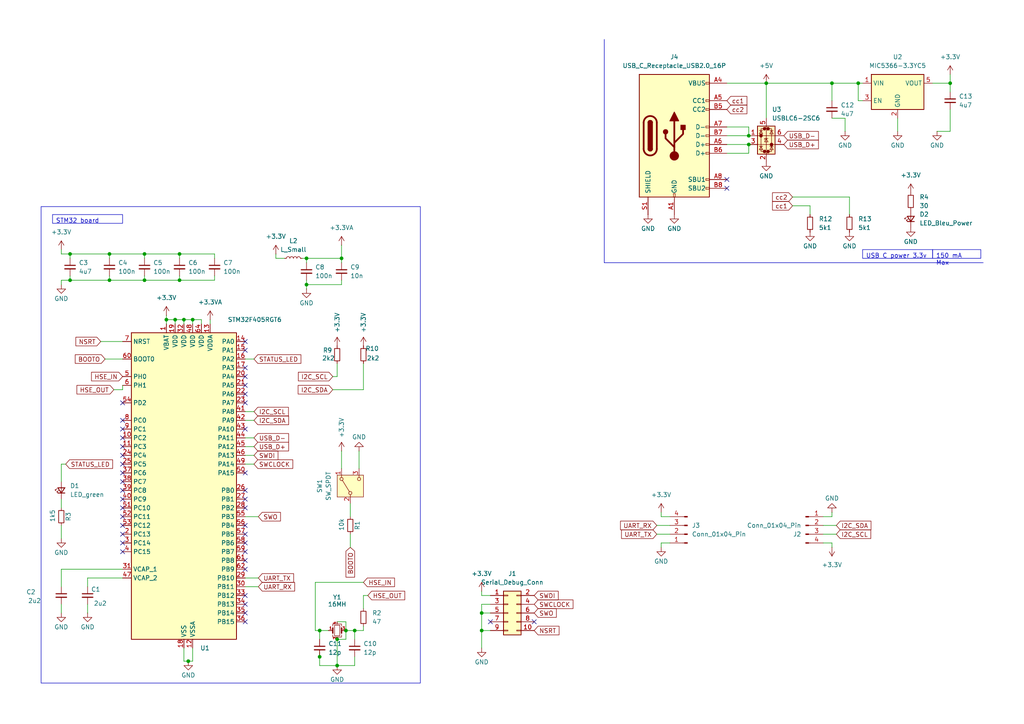
<source format=kicad_sch>
(kicad_sch (version 20231120) (generator "eeschema") (generator_version "8.0")
  (paper "A4")
  (lib_symbols
    (symbol "Connector:Conn_01x04_Pin" (pin_names (offset 1.016) hide)
      (property "Reference" "J" (at 0 5.08 0))
      (property "Value" "Conn_01x04_Pin" (at 0 -7.62 0))
      (symbol "Conn_01x04_Pin_1_1"
        (polyline (pts (xy 1.27 -5.08) (xy 0.8636 -5.08)) (stroke (width 0.1524)))
        (polyline (pts (xy 1.27 -2.54) (xy 0.8636 -2.54)) (stroke (width 0.1524)))
        (polyline (pts (xy 1.27 0) (xy 0.8636 0)) (stroke (width 0.1524)))
        (polyline (pts (xy 1.27 2.54) (xy 0.8636 2.54)) (stroke (width 0.1524)))
        (rectangle (start 0.8636 -4.953) (end 0 -5.207) (stroke (width 0.1524)) (fill (type outline)))
        (rectangle (start 0.8636 -2.413) (end 0 -2.667) (stroke (width 0.1524)) (fill (type outline)))
        (rectangle (start 0.8636 0.127) (end 0 -0.127) (stroke (width 0.1524)) (fill (type outline)))
        (rectangle (start 0.8636 2.667) (end 0 2.413) (stroke (width 0.1524)) (fill (type outline)))
        (pin passive line (at 5.08 2.54 180) (length 3.81) (name "Pin_1") (number "1"))
        (pin passive line (at 5.08 0 180) (length 3.81) (name "Pin_2") (number "2"))
        (pin passive line (at 5.08 -2.54 180) (length 3.81) (name "Pin_3") (number "3"))
        (pin passive line (at 5.08 -5.08 180) (length 3.81) (name "Pin_4") (number "4"))
      )
    )
    (symbol "Connector:USB_C_Receptacle_USB2.0_16P" (pin_names (offset 1.016))
      (property "Reference" "J" (at 0 22.225 0))
      (property "Value" "USB_C_Receptacle_USB2.0_16P" (at 0 19.685 0))
      (symbol "USB_C_Receptacle_USB2.0_16P_0_0"
        (rectangle (start -0.254 -17.78) (end 0.254 -16.764))
        (rectangle (start 10.16 -14.986) (end 9.144 -15.494))
        (rectangle (start 10.16 -12.446) (end 9.144 -12.954))
        (rectangle (start 10.16 -4.826) (end 9.144 -5.334))
        (rectangle (start 10.16 -2.286) (end 9.144 -2.794))
        (rectangle (start 10.16 0.254) (end 9.144 -0.254))
        (rectangle (start 10.16 2.794) (end 9.144 2.286))
        (rectangle (start 10.16 7.874) (end 9.144 7.366))
        (rectangle (start 10.16 10.414) (end 9.144 9.906))
        (rectangle (start 10.16 15.494) (end 9.144 14.986))
      )
      (symbol "USB_C_Receptacle_USB2.0_16P_0_1"
        (rectangle (start -10.16 17.78) (end 10.16 -17.78) (stroke (width 0.254)) (fill (type background)))
        (arc (start -8.89 -3.81) (mid -6.985 -5.7067) (end -5.08 -3.81) (stroke (width 0.508)))
        (arc (start -7.62 -3.81) (mid -6.985 -4.4423) (end -6.35 -3.81) (stroke (width 0.254)))
        (arc (start -7.62 -3.81) (mid -6.985 -4.4423) (end -6.35 -3.81) (stroke (width 0.254)) (fill (type outline)))
        (rectangle (start -7.62 -3.81) (end -6.35 3.81) (stroke (width 0.254)) (fill (type outline)))
        (arc (start -6.35 3.81) (mid -6.985 4.4423) (end -7.62 3.81) (stroke (width 0.254)))
        (arc (start -6.35 3.81) (mid -6.985 4.4423) (end -7.62 3.81) (stroke (width 0.254)) (fill (type outline)))
        (arc (start -5.08 3.81) (mid -6.985 5.7067) (end -8.89 3.81) (stroke (width 0.508)))
        (circle (center -2.54 1.143) (radius 0.635) (stroke (width 0.254)) (fill (type outline)))
        (circle (center 0 -5.842) (radius 1.27) (fill (type outline)))
        (polyline (pts (xy -8.89 -3.81) (xy -8.89 3.81)) (stroke (width 0.508)))
        (polyline (pts (xy -5.08 3.81) (xy -5.08 -3.81)) (stroke (width 0.508)))
        (polyline (pts (xy 0 -5.842) (xy 0 4.318)) (stroke (width 0.508)))
        (polyline (pts (xy 0 -3.302) (xy -2.54 -0.762) (xy -2.54 0.508)) (stroke (width 0.508)))
        (polyline (pts (xy 0 -2.032) (xy 2.54 0.508) (xy 2.54 1.778)) (stroke (width 0.508)))
        (polyline (pts (xy -1.27 4.318) (xy 0 6.858) (xy 1.27 4.318) (xy -1.27 4.318)) (stroke (width 0.254)) (fill (type outline)))
        (rectangle (start 1.905 1.778) (end 3.175 3.048) (stroke (width 0.254)) (fill (type outline)))
      )
      (symbol "USB_C_Receptacle_USB2.0_16P_1_1"
        (pin passive line (at 0 -22.86 90) (length 5.08) (name "GND") (number "A1"))
        (pin passive line (at 0 -22.86 90) (length 5.08) hide (name "GND") (number "A12"))
        (pin passive line (at 15.24 15.24 180) (length 5.08) (name "VBUS") (number "A4"))
        (pin bidirectional line (at 15.24 10.16 180) (length 5.08) (name "CC1") (number "A5"))
        (pin bidirectional line (at 15.24 -2.54 180) (length 5.08) (name "D+") (number "A6"))
        (pin bidirectional line (at 15.24 2.54 180) (length 5.08) (name "D-") (number "A7"))
        (pin bidirectional line (at 15.24 -12.7 180) (length 5.08) (name "SBU1") (number "A8"))
        (pin passive line (at 15.24 15.24 180) (length 5.08) hide (name "VBUS") (number "A9"))
        (pin passive line (at 0 -22.86 90) (length 5.08) hide (name "GND") (number "B1"))
        (pin passive line (at 0 -22.86 90) (length 5.08) hide (name "GND") (number "B12"))
        (pin passive line (at 15.24 15.24 180) (length 5.08) hide (name "VBUS") (number "B4"))
        (pin bidirectional line (at 15.24 7.62 180) (length 5.08) (name "CC2") (number "B5"))
        (pin bidirectional line (at 15.24 -5.08 180) (length 5.08) (name "D+") (number "B6"))
        (pin bidirectional line (at 15.24 0 180) (length 5.08) (name "D-") (number "B7"))
        (pin bidirectional line (at 15.24 -15.24 180) (length 5.08) (name "SBU2") (number "B8"))
        (pin passive line (at 15.24 15.24 180) (length 5.08) hide (name "VBUS") (number "B9"))
        (pin passive line (at -7.62 -22.86 90) (length 5.08) (name "SHIELD") (number "S1"))
      )
    )
    (symbol "Connector_Generic:Conn_02x05_Odd_Even" (pin_names (offset 1.016) hide)
      (property "Reference" "J" (at 1.27 7.62 0))
      (property "Value" "Conn_02x05_Odd_Even" (at 1.27 -7.62 0))
      (symbol "Conn_02x05_Odd_Even_1_1"
        (rectangle (start -1.27 -4.953) (end 0 -5.207) (stroke (width 0.1524)))
        (rectangle (start -1.27 -2.413) (end 0 -2.667) (stroke (width 0.1524)))
        (rectangle (start -1.27 0.127) (end 0 -0.127) (stroke (width 0.1524)))
        (rectangle (start -1.27 2.667) (end 0 2.413) (stroke (width 0.1524)))
        (rectangle (start -1.27 5.207) (end 0 4.953) (stroke (width 0.1524)))
        (rectangle (start -1.27 6.35) (end 3.81 -6.35) (stroke (width 0.254)) (fill (type background)))
        (rectangle (start 3.81 -4.953) (end 2.54 -5.207) (stroke (width 0.1524)))
        (rectangle (start 3.81 -2.413) (end 2.54 -2.667) (stroke (width 0.1524)))
        (rectangle (start 3.81 0.127) (end 2.54 -0.127) (stroke (width 0.1524)))
        (rectangle (start 3.81 2.667) (end 2.54 2.413) (stroke (width 0.1524)))
        (rectangle (start 3.81 5.207) (end 2.54 4.953) (stroke (width 0.1524)))
        (pin passive line (at -5.08 5.08 0) (length 3.81) (name "Pin_1") (number "1"))
        (pin passive line (at 7.62 -5.08 180) (length 3.81) (name "Pin_10") (number "10"))
        (pin passive line (at 7.62 5.08 180) (length 3.81) (name "Pin_2") (number "2"))
        (pin passive line (at -5.08 2.54 0) (length 3.81) (name "Pin_3") (number "3"))
        (pin passive line (at 7.62 2.54 180) (length 3.81) (name "Pin_4") (number "4"))
        (pin passive line (at -5.08 0 0) (length 3.81) (name "Pin_5") (number "5"))
        (pin passive line (at 7.62 0 180) (length 3.81) (name "Pin_6") (number "6"))
        (pin passive line (at -5.08 -2.54 0) (length 3.81) (name "Pin_7") (number "7"))
        (pin passive line (at 7.62 -2.54 180) (length 3.81) (name "Pin_8") (number "8"))
        (pin passive line (at -5.08 -5.08 0) (length 3.81) (name "Pin_9") (number "9"))
      )
    )
    (symbol "Device:C_Small" (pin_numbers hide) (pin_names (offset 0.254) hide)
      (property "Reference" "C" (at 0.254 1.778 0))
      (property "Value" "C_Small" (at 0.254 -2.032 0))
      (symbol "C_Small_0_1"
        (polyline (pts (xy -1.524 -0.508) (xy 1.524 -0.508)) (stroke (width 0.3302)))
        (polyline (pts (xy -1.524 0.508) (xy 1.524 0.508)) (stroke (width 0.3048)))
      )
      (symbol "C_Small_1_1"
        (pin passive line (at 0 2.54 270) (length 2.032) (name "~") (number "1"))
        (pin passive line (at 0 -2.54 90) (length 2.032) (name "~") (number "2"))
      )
    )
    (symbol "Device:Crystal_GND24_Small" (pin_names (offset 1.016) hide)
      (property "Reference" "Y" (at 1.27 4.445 0))
      (property "Value" "Crystal_GND24_Small" (at 1.27 2.54 0))
      (symbol "Crystal_GND24_Small_0_1"
        (rectangle (start -0.762 -1.524) (end 0.762 1.524))
        (polyline (pts (xy -1.27 -0.762) (xy -1.27 0.762)) (stroke (width 0.381)))
        (polyline (pts (xy 1.27 -0.762) (xy 1.27 0.762)) (stroke (width 0.381)))
        (polyline (pts (xy -1.27 -1.27) (xy -1.27 -1.905) (xy 1.27 -1.905) (xy 1.27 -1.27)))
        (polyline (pts (xy -1.27 1.27) (xy -1.27 1.905) (xy 1.27 1.905) (xy 1.27 1.27)))
      )
      (symbol "Crystal_GND24_Small_1_1"
        (pin passive line (at -2.54 0 0) (length 1.27) (name "1") (number "1"))
        (pin passive line (at 0 -2.54 90) (length 0.635) (name "2") (number "2"))
        (pin passive line (at 2.54 0 180) (length 1.27) (name "3") (number "3"))
        (pin passive line (at 0 2.54 270) (length 0.635) (name "4") (number "4"))
      )
    )
    (symbol "Device:LED_Small" (pin_numbers hide) (pin_names (offset 0.254) hide)
      (property "Reference" "D" (at -1.27 3.175 0))
      (property "Value" "LED_Small" (at -4.445 -2.54 0))
      (symbol "LED_Small_0_1"
        (polyline (pts (xy -0.762 -1.016) (xy -0.762 1.016)) (stroke (width 0.254)))
        (polyline (pts (xy 1.016 0) (xy -0.762 0)))
        (polyline (pts (xy 0.762 -1.016) (xy -0.762 0) (xy 0.762 1.016) (xy 0.762 -1.016)) (stroke (width 0.254)))
        (polyline (pts (xy 0 0.762) (xy -0.508 1.27) (xy -0.254 1.27) (xy -0.508 1.27) (xy -0.508 1.016)))
        (polyline (pts (xy 0.508 1.27) (xy 0 1.778) (xy 0.254 1.778) (xy 0 1.778) (xy 0 1.524)))
      )
      (symbol "LED_Small_1_1"
        (pin passive line (at -2.54 0 0) (length 1.778) (name "K") (number "1"))
        (pin passive line (at 2.54 0 180) (length 1.778) (name "A") (number "2"))
      )
    )
    (symbol "Device:L_Small" (pin_numbers hide) (pin_names (offset 0.254) hide)
      (property "Reference" "L" (at 0.762 1.016 0))
      (property "Value" "L_Small" (at 0.762 -1.016 0))
      (symbol "L_Small_0_1"
        (arc (start 0 -2.032) (mid 0.5058 -1.524) (end 0 -1.016))
        (arc (start 0 -1.016) (mid 0.5058 -0.508) (end 0 0))
        (arc (start 0 0) (mid 0.5058 0.508) (end 0 1.016))
        (arc (start 0 1.016) (mid 0.5058 1.524) (end 0 2.032))
      )
      (symbol "L_Small_1_1"
        (pin passive line (at 0 2.54 270) (length 0.508) (name "~") (number "1"))
        (pin passive line (at 0 -2.54 90) (length 0.508) (name "~") (number "2"))
      )
    )
    (symbol "Device:R_Small" (pin_numbers hide) (pin_names (offset 0.254) hide)
      (property "Reference" "R" (at 0.762 0.508 0))
      (property "Value" "R_Small" (at 0.762 -1.016 0))
      (symbol "R_Small_0_1"
        (rectangle (start -0.762 1.778) (end 0.762 -1.778) (stroke (width 0.2032)))
      )
      (symbol "R_Small_1_1"
        (pin passive line (at 0 2.54 270) (length 0.762) (name "~") (number "1"))
        (pin passive line (at 0 -2.54 90) (length 0.762) (name "~") (number "2"))
      )
    )
    (symbol "MCU_ST_STM32F4:STM32F405RGTx"
      (property "Reference" "U" (at -15.24 46.99 0))
      (property "Value" "STM32F405RGTx" (at 10.16 46.99 0))
      (symbol "STM32F405RGTx_0_1"
        (rectangle (start -15.24 -43.18) (end 15.24 45.72) (stroke (width 0.254)) (fill (type background)))
      )
      (symbol "STM32F405RGTx_1_1"
        (pin power_in line (at -5.08 48.26 270) (length 2.54) (name "VBAT") (number "1"))
        (pin bidirectional line (at -17.78 15.24 0) (length 2.54) (name "PC2") (number "10"))
        (pin bidirectional line (at -17.78 12.7 0) (length 2.54) (name "PC3") (number "11"))
        (pin power_in line (at 2.54 -45.72 90) (length 2.54) (name "VSSA") (number "12"))
        (pin power_in line (at 7.62 48.26 270) (length 2.54) (name "VDDA") (number "13"))
        (pin bidirectional line (at 17.78 43.18 180) (length 2.54) (name "PA0") (number "14"))
        (pin bidirectional line (at 17.78 40.64 180) (length 2.54) (name "PA1") (number "15"))
        (pin bidirectional line (at 17.78 38.1 180) (length 2.54) (name "PA2") (number "16"))
        (pin bidirectional line (at 17.78 35.56 180) (length 2.54) (name "PA3") (number "17"))
        (pin power_in line (at 0 -45.72 90) (length 2.54) (name "VSS") (number "18"))
        (pin power_in line (at -2.54 48.26 270) (length 2.54) (name "VDD") (number "19"))
        (pin bidirectional line (at -17.78 -12.7 0) (length 2.54) (name "PC13") (number "2"))
        (pin bidirectional line (at 17.78 33.02 180) (length 2.54) (name "PA4") (number "20"))
        (pin bidirectional line (at 17.78 30.48 180) (length 2.54) (name "PA5") (number "21"))
        (pin bidirectional line (at 17.78 27.94 180) (length 2.54) (name "PA6") (number "22"))
        (pin bidirectional line (at 17.78 25.4 180) (length 2.54) (name "PA7") (number "23"))
        (pin bidirectional line (at -17.78 10.16 0) (length 2.54) (name "PC4") (number "24"))
        (pin bidirectional line (at -17.78 7.62 0) (length 2.54) (name "PC5") (number "25"))
        (pin bidirectional line (at 17.78 0 180) (length 2.54) (name "PB0") (number "26"))
        (pin bidirectional line (at 17.78 -2.54 180) (length 2.54) (name "PB1") (number "27"))
        (pin bidirectional line (at 17.78 -5.08 180) (length 2.54) (name "PB2") (number "28"))
        (pin bidirectional line (at 17.78 -25.4 180) (length 2.54) (name "PB10") (number "29"))
        (pin bidirectional line (at -17.78 -15.24 0) (length 2.54) (name "PC14") (number "3"))
        (pin bidirectional line (at 17.78 -27.94 180) (length 2.54) (name "PB11") (number "30"))
        (pin power_out line (at -17.78 -22.86 0) (length 2.54) (name "VCAP_1") (number "31"))
        (pin power_in line (at 0 48.26 270) (length 2.54) (name "VDD") (number "32"))
        (pin bidirectional line (at 17.78 -30.48 180) (length 2.54) (name "PB12") (number "33"))
        (pin bidirectional line (at 17.78 -33.02 180) (length 2.54) (name "PB13") (number "34"))
        (pin bidirectional line (at 17.78 -35.56 180) (length 2.54) (name "PB14") (number "35"))
        (pin bidirectional line (at 17.78 -38.1 180) (length 2.54) (name "PB15") (number "36"))
        (pin bidirectional line (at -17.78 5.08 0) (length 2.54) (name "PC6") (number "37"))
        (pin bidirectional line (at -17.78 2.54 0) (length 2.54) (name "PC7") (number "38"))
        (pin bidirectional line (at -17.78 0 0) (length 2.54) (name "PC8") (number "39"))
        (pin bidirectional line (at -17.78 -17.78 0) (length 2.54) (name "PC15") (number "4"))
        (pin bidirectional line (at -17.78 -2.54 0) (length 2.54) (name "PC9") (number "40"))
        (pin bidirectional line (at 17.78 22.86 180) (length 2.54) (name "PA8") (number "41"))
        (pin bidirectional line (at 17.78 20.32 180) (length 2.54) (name "PA9") (number "42"))
        (pin bidirectional line (at 17.78 17.78 180) (length 2.54) (name "PA10") (number "43"))
        (pin bidirectional line (at 17.78 15.24 180) (length 2.54) (name "PA11") (number "44"))
        (pin bidirectional line (at 17.78 12.7 180) (length 2.54) (name "PA12") (number "45"))
        (pin bidirectional line (at 17.78 10.16 180) (length 2.54) (name "PA13") (number "46"))
        (pin power_out line (at -17.78 -25.4 0) (length 2.54) (name "VCAP_2") (number "47"))
        (pin power_in line (at 2.54 48.26 270) (length 2.54) (name "VDD") (number "48"))
        (pin bidirectional line (at 17.78 7.62 180) (length 2.54) (name "PA14") (number "49"))
        (pin bidirectional line (at -17.78 33.02 0) (length 2.54) (name "PH0") (number "5"))
        (pin bidirectional line (at 17.78 5.08 180) (length 2.54) (name "PA15") (number "50"))
        (pin bidirectional line (at -17.78 -5.08 0) (length 2.54) (name "PC10") (number "51"))
        (pin bidirectional line (at -17.78 -7.62 0) (length 2.54) (name "PC11") (number "52"))
        (pin bidirectional line (at -17.78 -10.16 0) (length 2.54) (name "PC12") (number "53"))
        (pin bidirectional line (at -17.78 25.4 0) (length 2.54) (name "PD2") (number "54"))
        (pin bidirectional line (at 17.78 -7.62 180) (length 2.54) (name "PB3") (number "55"))
        (pin bidirectional line (at 17.78 -10.16 180) (length 2.54) (name "PB4") (number "56"))
        (pin bidirectional line (at 17.78 -12.7 180) (length 2.54) (name "PB5") (number "57"))
        (pin bidirectional line (at 17.78 -15.24 180) (length 2.54) (name "PB6") (number "58"))
        (pin bidirectional line (at 17.78 -17.78 180) (length 2.54) (name "PB7") (number "59"))
        (pin bidirectional line (at -17.78 30.48 0) (length 2.54) (name "PH1") (number "6"))
        (pin input line (at -17.78 38.1 0) (length 2.54) (name "BOOT0") (number "60"))
        (pin bidirectional line (at 17.78 -20.32 180) (length 2.54) (name "PB8") (number "61"))
        (pin bidirectional line (at 17.78 -22.86 180) (length 2.54) (name "PB9") (number "62"))
        (pin passive line (at 0 -45.72 90) (length 2.54) hide (name "VSS") (number "63"))
        (pin power_in line (at 5.08 48.26 270) (length 2.54) (name "VDD") (number "64"))
        (pin input line (at -17.78 43.18 0) (length 2.54) (name "NRST") (number "7"))
        (pin bidirectional line (at -17.78 20.32 0) (length 2.54) (name "PC0") (number "8"))
        (pin bidirectional line (at -17.78 17.78 0) (length 2.54) (name "PC1") (number "9"))
      )
    )
    (symbol "Power_Protection:USBLC6-2SC6" (pin_names hide)
      (property "Reference" "U" (at 0.635 5.715 0))
      (property "Value" "USBLC6-2SC6" (at 0.635 3.81 0))
      (symbol "USBLC6-2SC6_0_0"
        (circle (center -1.524 0) (radius 0.0001) (stroke (width 0.508)))
        (circle (center -0.508 -4.572) (radius 0.0001) (stroke (width 0.508)))
        (circle (center -0.508 2.032) (radius 0.0001) (stroke (width 0.508)))
        (circle (center 0.508 -4.572) (radius 0.0001) (stroke (width 0.508)))
        (circle (center 0.508 2.032) (radius 0.0001) (stroke (width 0.508)))
        (circle (center 1.524 -2.54) (radius 0.0001) (stroke (width 0.508)))
      )
      (symbol "USBLC6-2SC6_0_1"
        (polyline (pts (xy -2.54 -2.54) (xy 2.54 -2.54)))
        (polyline (pts (xy -2.54 0) (xy 2.54 0)))
        (polyline (pts (xy -2.032 -3.048) (xy -1.016 -3.048)))
        (polyline (pts (xy -1.016 1.524) (xy -2.032 1.524)))
        (polyline (pts (xy 1.016 -3.048) (xy 2.032 -3.048)))
        (polyline (pts (xy 1.016 1.524) (xy 2.032 1.524)))
        (polyline (pts (xy -0.508 -1.143) (xy -0.508 -0.762) (xy 0.508 -0.762)))
        (polyline (pts (xy -2.032 0.508) (xy -1.016 0.508) (xy -1.524 1.524) (xy -2.032 0.508)))
        (polyline (pts (xy -1.016 -4.064) (xy -2.032 -4.064) (xy -1.524 -3.048) (xy -1.016 -4.064)))
        (polyline (pts (xy 0.508 -1.778) (xy -0.508 -1.778) (xy 0 -0.762) (xy 0.508 -1.778)))
        (polyline (pts (xy 2.032 -4.064) (xy 1.016 -4.064) (xy 1.524 -3.048) (xy 2.032 -4.064)))
        (polyline (pts (xy 2.032 0.508) (xy 1.016 0.508) (xy 1.524 1.524) (xy 2.032 0.508)))
        (polyline (pts (xy 0 2.54) (xy -0.508 2.032) (xy 0.508 2.032) (xy 0 1.524) (xy 0 -4.064) (xy -0.508 -4.572) (xy 0.508 -4.572) (xy 0 -5.08)))
      )
      (symbol "USBLC6-2SC6_1_1"
        (rectangle (start -2.54 2.794) (end 2.54 -5.334) (stroke (width 0.254)) (fill (type background)))
        (polyline (pts (xy -0.508 2.032) (xy -1.524 2.032) (xy -1.524 -4.572) (xy -0.508 -4.572)))
        (polyline (pts (xy 0.508 -4.572) (xy 1.524 -4.572) (xy 1.524 2.032) (xy 0.508 2.032)))
        (pin passive line (at -5.08 0 0) (length 2.54) (name "I/O1") (number "1"))
        (pin passive line (at 0 -7.62 90) (length 2.54) (name "GND") (number "2"))
        (pin passive line (at -5.08 -2.54 0) (length 2.54) (name "I/O2") (number "3"))
        (pin passive line (at 5.08 -2.54 180) (length 2.54) (name "I/O2") (number "4"))
        (pin passive line (at 0 5.08 270) (length 2.54) (name "VBUS") (number "5"))
        (pin passive line (at 5.08 0 180) (length 2.54) (name "I/O1") (number "6"))
      )
    )
    (symbol "Regulator_Linear:MIC5366-3.3YC5"
      (property "Reference" "U" (at -6.35 6.35 0))
      (property "Value" "MIC5366-3.3YC5" (at 0 6.35 0))
      (symbol "MIC5366-3.3YC5_0_1"
        (rectangle (start -7.62 -5.08) (end 7.62 5.08) (stroke (width 0.254)) (fill (type background)))
      )
      (symbol "MIC5366-3.3YC5_1_1"
        (pin power_in line (at -10.16 2.54 0) (length 2.54) (name "VIN") (number "1"))
        (pin power_in line (at 0 -7.62 90) (length 2.54) (name "GND") (number "2"))
        (pin input line (at -10.16 -2.54 0) (length 2.54) (name "EN") (number "3"))
        (pin no_connect line (at 7.62 -2.54 180) (length 2.54) hide (name "NC") (number "4"))
        (pin power_out line (at 10.16 2.54 180) (length 2.54) (name "VOUT") (number "5"))
      )
    )
    (symbol "Switch:SW_SPDT" (pin_names (offset 0) hide)
      (property "Reference" "SW" (at 0 5.08 0))
      (property "Value" "SW_SPDT" (at 0 -5.08 0))
      (symbol "SW_SPDT_0_1"
        (circle (center -2.032 0) (radius 0.4572))
        (polyline (pts (xy -1.651 0.254) (xy 1.651 2.286)))
        (circle (center 2.032 -2.54) (radius 0.4572))
        (circle (center 2.032 2.54) (radius 0.4572))
      )
      (symbol "SW_SPDT_1_1"
        (rectangle (start -3.175 3.81) (end 3.175 -3.81) (fill (type background)))
        (pin passive line (at 5.08 2.54 180) (length 2.54) (name "A") (number "1"))
        (pin passive line (at -5.08 0 0) (length 2.54) (name "B") (number "2"))
        (pin passive line (at 5.08 -2.54 180) (length 2.54) (name "C") (number "3"))
      )
    )
    (symbol "power:+3.3V" (power) (pin_numbers hide) (pin_names (offset 0) hide)
      (property "Value" "+3.3V" (at 0 3.556 0))
      (symbol "+3.3V_0_1"
        (polyline (pts (xy -0.762 1.27) (xy 0 2.54)))
        (polyline (pts (xy 0 0) (xy 0 2.54)))
        (polyline (pts (xy 0 2.54) (xy 0.762 1.27)))
      )
      (symbol "+3.3V_1_1"
        (pin power_in line (at 0 0 90) (length 0) (name "~") (number "1"))
      )
    )
    (symbol "power:+3.3VA" (power) (pin_numbers hide) (pin_names (offset 0) hide)
      (property "Value" "+3.3VA" (at 0 3.556 0))
      (symbol "+3.3VA_0_1"
        (polyline (pts (xy -0.762 1.27) (xy 0 2.54)))
        (polyline (pts (xy 0 0) (xy 0 2.54)))
        (polyline (pts (xy 0 2.54) (xy 0.762 1.27)))
      )
      (symbol "+3.3VA_1_1"
        (pin power_in line (at 0 0 90) (length 0) (name "~") (number "1"))
      )
    )
    (symbol "power:+5V" (power) (pin_numbers hide) (pin_names (offset 0) hide)
      (property "Value" "+5V" (at 0 3.556 0))
      (symbol "+5V_0_1"
        (polyline (pts (xy -0.762 1.27) (xy 0 2.54)))
        (polyline (pts (xy 0 0) (xy 0 2.54)))
        (polyline (pts (xy 0 2.54) (xy 0.762 1.27)))
      )
      (symbol "+5V_1_1"
        (pin power_in line (at 0 0 90) (length 0) (name "~") (number "1"))
      )
    )
    (symbol "power:GND" (power) (pin_numbers hide) (pin_names (offset 0) hide)
      (property "Value" "GND" (at 0 -3.81 0))
      (symbol "GND_0_1"
        (polyline (pts (xy 0 0) (xy 0 -1.27) (xy 1.27 -1.27) (xy 0 -2.54) (xy -1.27 -1.27) (xy 0 -1.27)))
      )
      (symbol "GND_1_1"
        (pin power_in line (at 0 0 270) (length 0) (name "~") (number "1"))
      )
    )
  )
  (junction (at 41.91 73.66))
  (junction (at 248.92 24.13))
  (junction (at 54.61 191.77))
  (junction (at 97.79 193.04))
  (junction (at 92.71 182.88))
  (junction (at 50.8 92.71))
  (junction (at 92.71 190.5))
  (junction (at 52.07 81.28))
  (junction (at 100.33 182.88))
  (junction (at 52.07 73.66))
  (junction (at 217.17 39.37))
  (junction (at 31.75 81.28))
  (junction (at 55.88 92.71))
  (junction (at 99.06 74.93))
  (junction (at 88.9 82.55))
  (junction (at 139.7 182.88))
  (junction (at 102.87 182.88))
  (junction (at 275.59 24.13))
  (junction (at 53.34 92.71))
  (junction (at 41.91 81.28))
  (junction (at 139.7 177.8))
  (junction (at 241.3 24.13))
  (junction (at 88.9 74.93))
  (junction (at 217.17 41.91))
  (junction (at 222.25 24.13))
  (junction (at 97.79 185.42))
  (junction (at 48.26 92.71))
  (junction (at 20.32 73.66))
  (junction (at 31.75 73.66))
  (junction (at 20.32 81.28))
  (no_connect (at 71.12 162.56))
  (no_connect (at 71.12 124.46))
  (no_connect (at 71.12 101.6))
  (no_connect (at 71.12 99.06))
  (no_connect (at 35.56 134.62))
  (no_connect (at 71.12 114.3))
  (no_connect (at 35.56 137.16))
  (no_connect (at 35.56 132.08))
  (no_connect (at 35.56 142.24))
  (no_connect (at 35.56 152.4))
  (no_connect (at 71.12 116.84))
  (no_connect (at 210.82 54.61))
  (no_connect (at 71.12 177.8))
  (no_connect (at 71.12 157.48))
  (no_connect (at 35.56 127))
  (no_connect (at 35.56 139.7))
  (no_connect (at 35.56 154.94))
  (no_connect (at 35.56 144.78))
  (no_connect (at 71.12 106.68))
  (no_connect (at 35.56 160.02))
  (no_connect (at 35.56 157.48))
  (no_connect (at 71.12 160.02))
  (no_connect (at 71.12 175.26))
  (no_connect (at 71.12 152.4))
  (no_connect (at 154.94 180.34))
  (no_connect (at 71.12 109.22))
  (no_connect (at 142.24 180.34))
  (no_connect (at 35.56 129.54))
  (no_connect (at 71.12 147.32))
  (no_connect (at 35.56 149.86))
  (no_connect (at 35.56 124.46))
  (no_connect (at 71.12 142.24))
  (no_connect (at 71.12 137.16))
  (no_connect (at 71.12 154.94))
  (no_connect (at 35.56 147.32))
  (no_connect (at 35.56 121.92))
  (no_connect (at 35.56 116.84))
  (no_connect (at 71.12 111.76))
  (no_connect (at 71.12 144.78))
  (no_connect (at 210.82 52.07))
  (no_connect (at 71.12 172.72))
  (no_connect (at 71.12 180.34))
  (no_connect (at 71.12 165.1))
  (wire (pts (xy 17.78 152.4) (xy 17.78 156.21)))
  (wire (pts (xy 99.06 81.28) (xy 99.06 82.55)))
  (wire (pts (xy 17.78 134.62) (xy 17.78 139.7)))
  (wire (pts (xy 31.75 73.66) (xy 41.91 73.66)))
  (wire (pts (xy 139.7 182.88) (xy 139.7 177.8)))
  (wire (pts (xy 97.79 193.04) (xy 102.87 193.04)))
  (wire (pts (xy 25.4 175.26) (xy 25.4 177.8)))
  (wire (pts (xy 100.33 180.34) (xy 100.33 182.88)))
  (wire (pts (xy 191.77 148.59) (xy 191.77 149.86)))
  (wire (pts (xy 48.26 92.71) (xy 50.8 92.71)))
  (wire (pts (xy 52.07 73.66) (xy 62.23 73.66)))
  (wire (pts (xy 17.78 165.1) (xy 17.78 170.18)))
  (wire (pts (xy 210.82 41.91) (xy 217.17 41.91)))
  (wire (pts (xy 41.91 81.28) (xy 52.07 81.28)))
  (wire (pts (xy 55.88 187.96) (xy 55.88 191.77)))
  (wire (pts (xy 50.8 92.71) (xy 50.8 93.98)))
  (wire (pts (xy 53.34 187.96) (xy 53.34 191.77)))
  (wire (pts (xy 190.5 154.94) (xy 194.31 154.94)))
  (wire (pts (xy 35.56 165.1) (xy 17.78 165.1)))
  (wire (pts (xy 92.71 193.04) (xy 97.79 193.04)))
  (wire (pts (xy 222.25 24.13) (xy 222.25 34.29)))
  (wire (pts (xy 97.79 180.34) (xy 100.33 180.34)))
  (wire (pts (xy 55.88 92.71) (xy 58.42 92.71)))
  (wire (pts (xy 105.41 176.53) (xy 105.41 172.72)))
  (wire (pts (xy 97.79 109.22) (xy 97.79 105.41)))
  (wire (pts (xy 105.41 181.61) (xy 105.41 182.88)))
  (wire (pts (xy 71.12 104.14) (xy 73.66 104.14)))
  (wire (pts (xy 25.4 167.64) (xy 25.4 170.18)))
  (wire (pts (xy 71.12 129.54) (xy 73.66 129.54)))
  (wire (pts (xy 55.88 92.71) (xy 55.88 93.98)))
  (wire (pts (xy 29.21 99.06) (xy 35.56 99.06)))
  (wire (pts (xy 71.12 170.18) (xy 74.93 170.18)))
  (wire (pts (xy 96.52 109.22) (xy 97.79 109.22)))
  (wire (pts (xy 31.75 74.93) (xy 31.75 73.66)))
  (wire (pts (xy 80.01 73.66) (xy 80.01 74.93)))
  (wire (pts (xy 241.3 24.13) (xy 222.25 24.13)))
  (wire (pts (xy 101.6 158.75) (xy 101.6 154.94)))
  (wire (pts (xy 48.26 91.44) (xy 48.26 92.71)))
  (wire (pts (xy 139.7 177.8) (xy 139.7 175.26)))
  (wire (pts (xy 242.57 152.4) (xy 238.76 152.4)))
  (wire (pts (xy 52.07 80.01) (xy 52.07 81.28)))
  (wire (pts (xy 210.82 39.37) (xy 217.17 39.37)))
  (wire (pts (xy 48.26 92.71) (xy 48.26 93.98)))
  (wire (pts (xy 60.96 92.71) (xy 60.96 93.98)))
  (wire (pts (xy 241.3 157.48) (xy 238.76 157.48)))
  (polyline (pts (xy 175.26 11.43) (xy 175.26 76.2)))
  (wire (pts (xy 71.12 127) (xy 73.66 127)))
  (wire (pts (xy 92.71 185.42) (xy 92.71 182.88)))
  (wire (pts (xy 87.63 74.93) (xy 88.9 74.93)))
  (wire (pts (xy 50.8 92.71) (xy 53.34 92.71)))
  (wire (pts (xy 234.95 59.69) (xy 234.95 62.23)))
  (wire (pts (xy 105.41 168.91) (xy 91.44 168.91)))
  (wire (pts (xy 217.17 44.45) (xy 217.17 41.91)))
  (wire (pts (xy 190.5 152.4) (xy 194.31 152.4)))
  (wire (pts (xy 71.12 132.08) (xy 73.66 132.08)))
  (wire (pts (xy 91.44 168.91) (xy 91.44 182.88)))
  (wire (pts (xy 217.17 36.83) (xy 217.17 39.37)))
  (wire (pts (xy 210.82 24.13) (xy 222.25 24.13)))
  (wire (pts (xy 101.6 149.86) (xy 101.6 146.05)))
  (wire (pts (xy 99.06 82.55) (xy 88.9 82.55)))
  (wire (pts (xy 31.75 80.01) (xy 31.75 81.28)))
  (wire (pts (xy 31.75 81.28) (xy 41.91 81.28)))
  (wire (pts (xy 191.77 157.48) (xy 191.77 158.75)))
  (wire (pts (xy 102.87 193.04) (xy 102.87 190.5)))
  (wire (pts (xy 17.78 175.26) (xy 17.78 177.8)))
  (wire (pts (xy 102.87 185.42) (xy 102.87 182.88)))
  (wire (pts (xy 194.31 157.48) (xy 191.77 157.48)))
  (wire (pts (xy 17.78 72.39) (xy 17.78 73.66)))
  (wire (pts (xy 275.59 31.75) (xy 275.59 38.1)))
  (wire (pts (xy 97.79 185.42) (xy 100.33 185.42)))
  (wire (pts (xy 229.87 59.69) (xy 234.95 59.69)))
  (wire (pts (xy 80.01 74.93) (xy 82.55 74.93)))
  (wire (pts (xy 55.88 191.77) (xy 54.61 191.77)))
  (wire (pts (xy 102.87 182.88) (xy 100.33 182.88)))
  (wire (pts (xy 17.78 144.78) (xy 17.78 147.32)))
  (wire (pts (xy 92.71 193.04) (xy 92.71 190.5)))
  (wire (pts (xy 41.91 80.01) (xy 41.91 81.28)))
  (polyline (pts (xy 175.26 76.2) (xy 285.1708 76.2)))
  (wire (pts (xy 88.9 74.93) (xy 88.9 76.2)))
  (wire (pts (xy 62.23 80.01) (xy 62.23 81.28)))
  (wire (pts (xy 275.59 24.13) (xy 270.51 24.13)))
  (wire (pts (xy 275.59 21.59) (xy 275.59 24.13)))
  (wire (pts (xy 97.79 185.42) (xy 97.79 193.04)))
  (wire (pts (xy 238.76 149.86) (xy 241.3 149.86)))
  (wire (pts (xy 53.34 191.77) (xy 54.61 191.77)))
  (wire (pts (xy 102.87 182.88) (xy 105.41 182.88)))
  (wire (pts (xy 41.91 74.93) (xy 41.91 73.66)))
  (wire (pts (xy 241.3 34.29) (xy 245.11 34.29)))
  (wire (pts (xy 41.91 73.66) (xy 52.07 73.66)))
  (wire (pts (xy 241.3 149.86) (xy 241.3 148.59)))
  (wire (pts (xy 139.7 182.88) (xy 142.24 182.88)))
  (wire (pts (xy 260.35 34.29) (xy 260.35 38.1)))
  (wire (pts (xy 99.06 74.93) (xy 99.06 76.2)))
  (wire (pts (xy 91.44 182.88) (xy 92.71 182.88)))
  (wire (pts (xy 241.3 158.75) (xy 241.3 157.48)))
  (wire (pts (xy 250.19 29.21) (xy 248.92 29.21)))
  (wire (pts (xy 17.78 82.55) (xy 17.78 81.28)))
  (wire (pts (xy 35.56 113.03) (xy 35.56 111.76)))
  (wire (pts (xy 35.56 167.64) (xy 25.4 167.64)))
  (wire (pts (xy 58.42 92.71) (xy 58.42 93.98)))
  (wire (pts (xy 71.12 149.86) (xy 74.93 149.86)))
  (wire (pts (xy 20.32 73.66) (xy 31.75 73.66)))
  (wire (pts (xy 248.92 29.21) (xy 248.92 24.13)))
  (wire (pts (xy 52.07 74.93) (xy 52.07 73.66)))
  (wire (pts (xy 246.38 57.15) (xy 246.38 62.23)))
  (wire (pts (xy 17.78 81.28) (xy 20.32 81.28)))
  (wire (pts (xy 88.9 82.55) (xy 88.9 83.82)))
  (wire (pts (xy 71.12 119.38) (xy 73.66 119.38)))
  (wire (pts (xy 241.3 24.13) (xy 241.3 29.21)))
  (wire (pts (xy 210.82 44.45) (xy 217.17 44.45)))
  (wire (pts (xy 19.05 134.62) (xy 17.78 134.62)))
  (wire (pts (xy 139.7 171.45) (xy 139.7 172.72)))
  (wire (pts (xy 241.3 24.13) (xy 248.92 24.13)))
  (wire (pts (xy 229.87 57.15) (xy 246.38 57.15)))
  (wire (pts (xy 52.07 81.28) (xy 62.23 81.28)))
  (wire (pts (xy 275.59 38.1) (xy 271.78 38.1)))
  (wire (pts (xy 99.06 135.89) (xy 99.06 130.81)))
  (wire (pts (xy 88.9 74.93) (xy 99.06 74.93)))
  (wire (pts (xy 53.34 92.71) (xy 53.34 93.98)))
  (wire (pts (xy 105.41 113.03) (xy 105.41 105.41)))
  (wire (pts (xy 33.02 113.03) (xy 35.56 113.03)))
  (wire (pts (xy 20.32 80.01) (xy 20.32 81.28)))
  (wire (pts (xy 71.12 134.62) (xy 73.66 134.62)))
  (wire (pts (xy 71.12 167.64) (xy 74.93 167.64)))
  (wire (pts (xy 275.59 24.13) (xy 275.59 26.67)))
  (wire (pts (xy 210.82 36.83) (xy 217.17 36.83)))
  (wire (pts (xy 242.57 154.94) (xy 238.76 154.94)))
  (wire (pts (xy 20.32 74.93) (xy 20.32 73.66)))
  (wire (pts (xy 17.78 73.66) (xy 20.32 73.66)))
  (wire (pts (xy 30.48 104.14) (xy 35.56 104.14)))
  (wire (pts (xy 139.7 187.96) (xy 139.7 182.88)))
  (wire (pts (xy 53.34 92.71) (xy 55.88 92.71)))
  (wire (pts (xy 100.33 182.88) (xy 100.33 185.42)))
  (wire (pts (xy 139.7 175.26) (xy 142.24 175.26)))
  (wire (pts (xy 20.32 81.28) (xy 31.75 81.28)))
  (wire (pts (xy 71.12 121.92) (xy 73.66 121.92)))
  (wire (pts (xy 92.71 189.23) (xy 92.71 190.5)))
  (wire (pts (xy 88.9 81.28) (xy 88.9 82.55)))
  (wire (pts (xy 191.77 149.86) (xy 194.31 149.86)))
  (wire (pts (xy 104.14 135.89) (xy 104.14 130.81)))
  (wire (pts (xy 105.41 172.72) (xy 106.68 172.72)))
  (wire (pts (xy 139.7 172.72) (xy 142.24 172.72)))
  (wire (pts (xy 99.06 71.12) (xy 99.06 74.93)))
  (wire (pts (xy 245.11 34.29) (xy 245.11 38.1)))
  (wire (pts (xy 62.23 73.66) (xy 62.23 74.93)))
  (wire (pts (xy 96.52 113.03) (xy 105.41 113.03)))
  (wire (pts (xy 92.71 182.88) (xy 95.25 182.88)))
  (wire (pts (xy 248.92 24.13) (xy 250.19 24.13)))
  (wire (pts (xy 139.7 177.8) (xy 142.24 177.8)))
  (rectangle (start 11.9199 59.9199) (end 121.92 198.12))
  (text_box "STM32 board\n" (at 15.24 62.23 0) (size 20.32 2.54) (effects (font (size 1.27 1.27)) (justify left top)))
  (text_box "150 mA Max\n" (at 270.51 72.39 0) (size 13.97 2.54) (effects (font (size 1.27 1.27)) (justify left top)))
  (text_box "USB C power 3.3v\n" (at 250.19 72.39 0) (size 20.32 2.54) (effects (font (size 1.27 1.27)) (justify left top)))
  (global_label "USB_D+" (shape input) (at 227.33 41.91 0) (property "Intersheetrefs" "${INTERSHEET_REFS}" (effects (hide yes))))
  (global_label "I2C_SDA" (shape input) (at 96.52 113.03 180) (property "Intersheetrefs" "${INTERSHEET_REFS}" (effects (hide yes))))
  (global_label "I2C_SCL" (shape input) (at 96.52 109.22 180) (property "Intersheetrefs" "${INTERSHEET_REFS}" (effects (hide yes))))
  (global_label "HSE_OUT" (shape input) (at 106.68 172.72 0) (property "Intersheetrefs" "${INTERSHEET_REFS}" (effects (hide yes))))
  (global_label "BOOTO" (shape input) (at 30.48 104.14 180) (property "Intersheetrefs" "${INTERSHEET_REFS}" (effects (hide yes))))
  (global_label "HSE_OUT" (shape input) (at 33.02 113.03 180) (property "Intersheetrefs" "${INTERSHEET_REFS}" (effects (hide yes))))
  (global_label "SWCLOCK" (shape input) (at 154.94 175.26 0) (property "Intersheetrefs" "${INTERSHEET_REFS}" (effects (hide yes))))
  (global_label "UART_TX" (shape input) (at 74.93 167.64 0) (property "Intersheetrefs" "${INTERSHEET_REFS}" (effects (hide yes))))
  (global_label "SWO" (shape input) (at 154.94 177.8 0) (property "Intersheetrefs" "${INTERSHEET_REFS}" (effects (hide yes))))
  (global_label "USB_D-" (shape input) (at 227.33 39.37 0) (property "Intersheetrefs" "${INTERSHEET_REFS}" (effects (hide yes))))
  (global_label "SWCLOCK" (shape input) (at 73.66 134.62 0) (property "Intersheetrefs" "${INTERSHEET_REFS}" (effects (hide yes))))
  (global_label "UART_TX" (shape input) (at 190.5 154.94 180) (property "Intersheetrefs" "${INTERSHEET_REFS}" (effects (hide yes))))
  (global_label "HSE_IN" (shape input) (at 105.41 168.91 0) (property "Intersheetrefs" "${INTERSHEET_REFS}" (effects (hide yes))))
  (global_label "UART_RX" (shape input) (at 190.5 152.4 180) (property "Intersheetrefs" "${INTERSHEET_REFS}" (effects (hide yes))))
  (global_label "NSRT" (shape input) (at 154.94 182.88 0) (property "Intersheetrefs" "${INTERSHEET_REFS}" (effects (hide yes))))
  (global_label "USB_D-" (shape input) (at 73.66 127 0) (property "Intersheetrefs" "${INTERSHEET_REFS}" (effects (hide yes))))
  (global_label "NSRT" (shape input) (at 29.21 99.06 180) (property "Intersheetrefs" "${INTERSHEET_REFS}" (effects (hide yes))))
  (global_label "UART_RX" (shape input) (at 74.93 170.18 0) (property "Intersheetrefs" "${INTERSHEET_REFS}" (effects (hide yes))))
  (global_label "cc1" (shape input) (at 229.87 59.69 180) (property "Intersheetrefs" "${INTERSHEET_REFS}" (effects (hide yes))))
  (global_label "cc1" (shape input) (at 210.82 29.21 0) (property "Intersheetrefs" "${INTERSHEET_REFS}" (effects (hide yes))))
  (global_label "USB_D+" (shape input) (at 73.66 129.54 0) (property "Intersheetrefs" "${INTERSHEET_REFS}" (effects (hide yes))))
  (global_label "BOOTO" (shape input) (at 101.6 158.75 270) (property "Intersheetrefs" "${INTERSHEET_REFS}" (effects (hide yes))))
  (global_label "SWO" (shape input) (at 74.93 149.86 0) (property "Intersheetrefs" "${INTERSHEET_REFS}" (effects (hide yes))))
  (global_label "HSE_IN" (shape input) (at 35.56 109.22 180) (property "Intersheetrefs" "${INTERSHEET_REFS}" (effects (hide yes))))
  (global_label "I2C_SDA" (shape input) (at 242.57 152.4 0) (property "Intersheetrefs" "${INTERSHEET_REFS}" (effects (hide yes))))
  (global_label "cc2" (shape input) (at 210.82 31.75 0) (property "Intersheetrefs" "${INTERSHEET_REFS}" (effects (hide yes))))
  (global_label "STATUS_LED" (shape input) (at 19.05 134.62 0) (property "Intersheetrefs" "${INTERSHEET_REFS}" (effects (hide yes))))
  (global_label "I2C_SDA" (shape input) (at 73.66 121.92 0) (property "Intersheetrefs" "${INTERSHEET_REFS}" (effects (hide yes))))
  (global_label "SWDI" (shape input) (at 154.94 172.72 0) (property "Intersheetrefs" "${INTERSHEET_REFS}" (effects (hide yes))))
  (global_label "SWDI" (shape input) (at 73.66 132.08 0) (property "Intersheetrefs" "${INTERSHEET_REFS}" (effects (hide yes))))
  (global_label "I2C_SCL" (shape input) (at 73.66 119.38 0) (property "Intersheetrefs" "${INTERSHEET_REFS}" (effects (hide yes))))
  (global_label "STATUS_LED" (shape input) (at 73.66 104.14 0) (property "Intersheetrefs" "${INTERSHEET_REFS}" (effects (hide yes))))
  (global_label "I2C_SCL" (shape input) (at 242.57 154.94 0) (property "Intersheetrefs" "${INTERSHEET_REFS}" (effects (hide yes))))
  (global_label "cc2" (shape input) (at 229.87 57.15 180) (property "Intersheetrefs" "${INTERSHEET_REFS}" (effects (hide yes))))
  (symbol (lib_id "power:+3.3V") (at 48.26 91.44 0) (unit 1)
    (property "Reference" "#PWR02" (effects (hide yes)))
    (property "Value" "+3.3V" (at 48.26 86.36 0))
    (property "Description" "Power symbol creates a global label with name \"+3.3V\"" (effects (hide yes)))
  )
  (symbol (lib_id "power:GND") (at 222.25 46.99 0) (unit 1)
    (property "Reference" "#PWR036" (effects (hide yes)))
    (property "Value" "GND" (at 222.25 51.054 0))
    (property "Description" "Power symbol creates a global label with name \"GND\" , ground" (effects (hide yes)))
  )
  (symbol (lib_id "Device:R_Small") (at 264.16 58.42 0) (unit 1)
    (property "Reference" "R4" (at 266.7 57.1499 0) (effects (justify left)))
    (property "Value" "30" (at 266.7 59.6899 0) (effects (justify left)))
    (property "Description" "Resistor, small symbol" (effects (hide yes)))
  )
  (symbol (lib_id "power:GND") (at 104.14 130.81 180) (unit 1)
    (property "Reference" "#PWR06" (effects (hide yes)))
    (property "Value" "GND" (at 104.14 126.746 0))
    (property "Description" "Power symbol creates a global label with name \"GND\" , ground" (effects (hide yes)))
  )
  (symbol (lib_id "power:+3.3V") (at 264.16 55.88 0) (unit 1)
    (property "Reference" "#PWR022" (effects (hide yes)))
    (property "Value" "+3.3V" (at 264.16 50.8 0))
    (property "Description" "Power symbol creates a global label with name \"+3.3V\"" (effects (hide yes)))
  )
  (symbol (lib_id "power:+3.3VA") (at 60.96 92.71 0) (unit 1)
    (property "Reference" "#PWR03" (effects (hide yes)))
    (property "Value" "+3.3VA" (at 60.96 87.63 0))
    (property "Description" "Power symbol creates a global label with name \"+3.3VA\"" (effects (hide yes)))
  )
  (symbol (lib_id "MCU_ST_STM32F4:STM32F405RGTx") (at 53.34 142.24 0) (unit 1)
    (property "Reference" "U1" (at 58.0741 187.96 0) (effects (justify left)))
    (property "Value" "STM32F405RGT6" (at 66.04 92.71 0) (effects (justify left)))
    (property "Footprint" "Package_QFP:LQFP-64_10x10mm_P0.5mm" (effects (hide yes)))
    (property "Datasheet" "https://www.st.com/resource/en/datasheet/stm32f405rg.pdf" (effects (hide yes)))
    (property "Description" "STMicroelectronics Arm Cortex-M4 MCU, 1024KB flash, 192KB RAM, 168 MHz, 1.8-3.6V, 51 GPIO, LQFP64" (effects (hide yes)))
  )
  (symbol (lib_id "power:GND") (at 17.78 156.21 0) (unit 1)
    (property "Reference" "#PWR014" (effects (hide yes)))
    (property "Value" "GND" (at 17.78 160.274 0))
    (property "Description" "Power symbol creates a global label with name \"GND\" , ground" (effects (hide yes)))
  )
  (symbol (lib_id "power:GND") (at 25.4 177.8 0) (unit 1)
    (property "Reference" "#PWR05" (effects (hide yes)))
    (property "Value" "GND" (at 25.4 181.864 0))
    (property "Description" "Power symbol creates a global label with name \"GND\" , ground" (effects (hide yes)))
  )
  (symbol (lib_id "Device:C_Small") (at 52.07 77.47 0) (unit 1)
    (property "Reference" "C6" (at 54.61 76.2062 0) (effects (justify left)))
    (property "Value" "100n" (at 54.61 78.7462 0) (effects (justify left)))
    (property "Description" "Unpolarized capacitor, small symbol" (effects (hide yes)))
  )
  (symbol (lib_id "Connector:USB_C_Receptacle_USB2.0_16P") (at 195.58 39.37 0) (unit 1)
    (property "Reference" "J4" (at 195.58 16.51 0))
    (property "Value" "USB_C_Receptacle_USB2.0_16P" (at 195.58 19.05 0))
    (property "Datasheet" "https://www.usb.org/sites/default/files/documents/usb_type-c.zip" (effects (hide yes)))
    (property "Description" "USB 2.0-only 16P Type-C Receptacle connector" (effects (hide yes)))
  )
  (symbol (lib_id "Switch:SW_SPDT") (at 101.6 140.97 90) (unit 1)
    (property "Reference" "SW1" (at 92.71 140.97 0))
    (property "Value" "SW_SPDT" (at 95.25 140.97 0))
    (property "Description" "Switch, single pole double throw" (effects (hide yes)))
  )
  (symbol (lib_id "Device:C_Small") (at 62.23 77.47 0) (unit 1)
    (property "Reference" "C7" (at 64.77 76.2062 0) (effects (justify left)))
    (property "Value" "100n" (at 64.77 78.7462 0) (effects (justify left)))
    (property "Description" "Unpolarized capacitor, small symbol" (effects (hide yes)))
  )
  (symbol (lib_id "power:+3.3V") (at 241.3 158.75 180) (unit 1)
    (property "Reference" "#PWR031" (effects (hide yes)))
    (property "Value" "+3.3V" (at 241.3 163.83 0))
    (property "Description" "Power symbol creates a global label with name \"+3.3V\"" (effects (hide yes)))
  )
  (symbol (lib_id "power:+3.3V") (at 80.01 73.66 0) (unit 1)
    (property "Reference" "#PWR010" (effects (hide yes)))
    (property "Value" "+3.3V" (at 80.01 68.58 0))
    (property "Description" "Power symbol creates a global label with name \"+3.3V\"" (effects (hide yes)))
  )
  (symbol (lib_id "Device:R_Small") (at 246.38 64.77 0) (unit 1)
    (property "Reference" "R13" (at 248.92 63.4999 0) (effects (justify left)))
    (property "Value" "5k1" (at 248.92 66.0399 0) (effects (justify left)))
    (property "Description" "Resistor, small symbol" (effects (hide yes)))
  )
  (symbol (lib_id "Device:R_Small") (at 97.79 102.87 0) (unit 1)
    (property "Reference" "R9" (at 94.996 101.6 0))
    (property "Value" "2k2" (at 95.25 103.886 0))
    (property "Description" "Resistor, small symbol" (effects (hide yes)))
  )
  (symbol (lib_id "power:GND") (at 271.78 38.1 0) (unit 1)
    (property "Reference" "#PWR017" (effects (hide yes)))
    (property "Value" "GND" (at 271.78 42.164 0))
    (property "Description" "Power symbol creates a global label with name \"GND\" , ground" (effects (hide yes)))
  )
  (symbol (lib_id "power:GND") (at 187.96 62.23 0) (unit 1)
    (property "Reference" "#PWR041" (effects (hide yes)))
    (property "Value" "GND" (at 187.96 66.294 0))
    (property "Description" "Power symbol creates a global label with name \"GND\" , ground" (effects (hide yes)))
  )
  (symbol (lib_id "power:GND") (at 260.35 38.1 0) (unit 1)
    (property "Reference" "#PWR015" (effects (hide yes)))
    (property "Value" "GND" (at 260.35 42.164 0))
    (property "Description" "Power symbol creates a global label with name \"GND\" , ground" (effects (hide yes)))
  )
  (symbol (lib_id "Device:C_Small") (at 275.59 29.21 0) (unit 1)
    (property "Reference" "C13" (at 278.13 27.9462 0) (effects (justify left)))
    (property "Value" "4u7" (at 278.13 30.4862 0) (effects (justify left)))
    (property "Description" "Unpolarized capacitor, small symbol" (effects (hide yes)))
  )
  (symbol (lib_id "Device:L_Small") (at 85.09 74.93 90) (unit 1)
    (property "Reference" "L2" (at 85.09 69.85 90))
    (property "Value" "L_Small" (at 85.09 72.39 90))
    (property "Description" "Inductor, small symbol" (effects (hide yes)))
  )
  (symbol (lib_id "Connector:Conn_01x04_Pin") (at 199.39 154.94 180) (unit 1)
    (property "Reference" "J3" (at 200.66 152.3999 0) (effects (justify right)))
    (property "Value" "Conn_01x04_Pin" (at 200.66 154.9399 0) (effects (justify right)))
    (property "Description" "Generic connector, single row, 01x04, script generated" (effects (hide yes)))
  )
  (symbol (lib_id "power:+3.3V") (at 275.59 21.59 0) (unit 1)
    (property "Reference" "#PWR018" (effects (hide yes)))
    (property "Value" "+3.3V" (at 275.59 16.51 0))
    (property "Description" "Power symbol creates a global label with name \"+3.3V\"" (effects (hide yes)))
  )
  (symbol (lib_id "Device:R_Small") (at 105.41 102.87 0) (unit 1)
    (property "Reference" "R10" (at 107.95 101.092 0))
    (property "Value" "2k2" (at 108.204 103.886 0))
    (property "Description" "Resistor, small symbol" (effects (hide yes)))
  )
  (symbol (lib_id "power:GND") (at 195.58 62.23 0) (unit 1)
    (property "Reference" "#PWR034" (effects (hide yes)))
    (property "Value" "GND" (at 195.58 66.294 0))
    (property "Description" "Power symbol creates a global label with name \"GND\" , ground" (effects (hide yes)))
  )
  (symbol (lib_id "power:GND") (at 17.78 82.55 0) (unit 1)
    (property "Reference" "#PWR09" (effects (hide yes)))
    (property "Value" "GND" (at 17.78 86.614 0))
    (property "Description" "Power symbol creates a global label with name \"GND\" , ground" (effects (hide yes)))
  )
  (symbol (lib_id "Device:C_Small") (at 31.75 77.47 0) (unit 1)
    (property "Reference" "C4" (at 34.29 76.2062 0) (effects (justify left)))
    (property "Value" "100n" (at 34.29 78.7462 0) (effects (justify left)))
    (property "Description" "Unpolarized capacitor, small symbol" (effects (hide yes)))
  )
  (symbol (lib_id "Device:R_Small") (at 105.41 179.07 0) (unit 1)
    (property "Reference" "R2" (at 107.95 177.7999 0) (effects (justify left)))
    (property "Value" "47" (at 107.95 180.3399 0) (effects (justify left)))
    (property "Description" "Resistor, small symbol" (effects (hide yes)))
  )
  (symbol (lib_id "power:GND") (at 241.3 148.59 180) (unit 1)
    (property "Reference" "#PWR030" (effects (hide yes)))
    (property "Value" "GND" (at 241.3 144.526 0))
    (property "Description" "Power symbol creates a global label with name \"GND\" , ground" (effects (hide yes)))
  )
  (symbol (lib_id "Power_Protection:USBLC6-2SC6") (at 222.25 39.37 0) (unit 1)
    (property "Reference" "U3" (at 223.9011 31.75 0) (effects (justify left)))
    (property "Value" "USBLC6-2SC6" (at 223.9011 34.29 0) (effects (justify left)))
    (property "Footprint" "Package_TO_SOT_SMD:SOT-23-6" (effects (hide yes)))
    (property "Datasheet" "https://www.st.com/resource/en/datasheet/usblc6-2.pdf" (effects (hide yes)))
    (property "Description" "Very low capacitance ESD protection diode, 2 data-line, SOT-23-6" (effects (hide yes)))
  )
  (symbol (lib_id "power:+3.3V") (at 139.7 171.45 0) (unit 1)
    (property "Reference" "#PWR026" (effects (hide yes)))
    (property "Value" "+3.3V" (at 139.7 166.37 0))
    (property "Description" "Power symbol creates a global label with name \"+3.3V\"" (effects (hide yes)))
  )
  (symbol (lib_id "Connector_Generic:Conn_02x05_Odd_Even") (at 147.32 177.8 0) (unit 1)
    (property "Reference" "J1" (at 148.59 166.37 0))
    (property "Value" "Serial_Debug_Conn" (at 148.59 168.91 0))
    (property "Description" "Generic connector, double row, 02x05, odd/even pin numbering scheme (row 1 odd numbers, row 2 even numbers), script generated (kicad-library-utils/schlib/autogen/connector/)" (effects (hide yes)))
  )
  (symbol (lib_id "power:GND") (at 234.95 67.31 0) (unit 1)
    (property "Reference" "#PWR037" (effects (hide yes)))
    (property "Value" "GND" (at 234.95 71.374 0))
    (property "Description" "Power symbol creates a global label with name \"GND\" , ground" (effects (hide yes)))
  )
  (symbol (lib_id "power:+5V") (at 222.25 24.13 0) (unit 1)
    (property "Reference" "#PWR020" (effects (hide yes)))
    (property "Value" "+5V" (at 222.25 19.05 0))
    (property "Description" "Power symbol creates a global label with name \"+5V\"" (effects (hide yes)))
  )
  (symbol (lib_id "Connector:Conn_01x04_Pin") (at 233.68 152.4 0) (unit 1)
    (property "Reference" "J2" (at 232.41 154.9401 0) (effects (justify right)))
    (property "Value" "Conn_01x04_Pin" (at 232.41 152.4001 0) (effects (justify right)))
    (property "Description" "Generic connector, single row, 01x04, script generated" (effects (hide yes)))
  )
  (symbol (lib_id "power:GND") (at 54.61 191.77 0) (unit 1)
    (property "Reference" "#PWR01" (effects (hide yes)))
    (property "Value" "GND" (at 54.61 195.834 0))
    (property "Description" "Power symbol creates a global label with name \"GND\" , ground" (effects (hide yes)))
  )
  (symbol (lib_id "Device:C_Small") (at 20.32 77.47 0) (unit 1)
    (property "Reference" "C3" (at 22.86 76.2062 0) (effects (justify left)))
    (property "Value" "4u7" (at 22.86 78.7462 0) (effects (justify left)))
    (property "Description" "Unpolarized capacitor, small symbol" (effects (hide yes)))
  )
  (symbol (lib_id "power:+3.3V") (at 99.06 130.81 0) (unit 1)
    (property "Reference" "#PWR07" (effects (hide yes)))
    (property "Value" "+3.3V" (at 99.0599 127 90) (effects (justify left)))
    (property "Description" "Power symbol creates a global label with name \"+3.3V\"" (effects (hide yes)))
  )
  (symbol (lib_id "Device:C_Small") (at 92.71 187.96 0) (unit 1)
    (property "Reference" "C11" (at 95.25 186.6962 0) (effects (justify left)))
    (property "Value" "12p" (at 95.25 189.2362 0) (effects (justify left)))
    (property "Description" "Unpolarized capacitor, small symbol" (effects (hide yes)))
  )
  (symbol (lib_id "power:+3.3V") (at 17.78 72.39 0) (unit 1)
    (property "Reference" "#PWR08" (effects (hide yes)))
    (property "Value" "+3.3V" (at 17.78 67.31 0))
    (property "Description" "Power symbol creates a global label with name \"+3.3V\"" (effects (hide yes)))
  )
  (symbol (lib_id "Device:R_Small") (at 101.6 152.4 0) (unit 1)
    (property "Reference" "R1" (at 103.632 152.4 90))
    (property "Value" "10k" (at 99.06 152.146 90))
    (property "Description" "Resistor, small symbol" (effects (hide yes)))
  )
  (symbol (lib_id "Regulator_Linear:MIC5366-3.3YC5") (at 260.35 26.67 0) (unit 1)
    (property "Reference" "U2" (at 260.35 16.51 0))
    (property "Value" "MIC5366-3.3YC5" (at 260.35 19.05 0))
    (property "Footprint" "Package_TO_SOT_SMD:SOT-353_SC-70-5" (effects (hide yes)))
    (property "Datasheet" "http://ww1.microchip.com/downloads/en/DeviceDoc/mic5365.pdf" (effects (hide yes)))
    (property "Description" "150mA Low-dropout Voltage Regulator, Vout 3.3V, Output discharge circuit, Vin up to 5.5V, SC-70-5" (effects (hide yes)))
  )
  (symbol (lib_id "power:GND") (at 17.78 177.8 0) (unit 1)
    (property "Reference" "#PWR04" (effects (hide yes)))
    (property "Value" "GND" (at 17.78 181.864 0))
    (property "Description" "Power symbol creates a global label with name \"GND\" , ground" (effects (hide yes)))
  )
  (symbol (lib_id "power:GND") (at 88.9 83.82 0) (unit 1)
    (property "Reference" "#PWR011" (effects (hide yes)))
    (property "Value" "GND" (at 88.9 87.884 0))
    (property "Description" "Power symbol creates a global label with name \"GND\" , ground" (effects (hide yes)))
  )
  (symbol (lib_id "Device:C_Small") (at 25.4 172.72 0) (unit 1)
    (property "Reference" "C1" (at 26.416 170.942 0) (effects (justify left)))
    (property "Value" "2u2" (at 27.178 175.006 0) (effects (justify left)))
    (property "Description" "Unpolarized capacitor, small symbol" (effects (hide yes)))
  )
  (symbol (lib_id "power:+3.3VA") (at 99.06 71.12 0) (unit 1)
    (property "Reference" "#PWR012" (effects (hide yes)))
    (property "Value" "+3.3VA" (at 99.06 66.04 0))
    (property "Description" "Power symbol creates a global label with name \"+3.3VA\"" (effects (hide yes)))
  )
  (symbol (lib_id "Device:C_Small") (at 102.87 187.96 0) (unit 1)
    (property "Reference" "C10" (at 105.41 186.6962 0) (effects (justify left)))
    (property "Value" "12p" (at 105.41 189.2362 0) (effects (justify left)))
    (property "Description" "Unpolarized capacitor, small symbol" (effects (hide yes)))
  )
  (symbol (lib_id "Device:LED_Small") (at 17.78 142.24 90) (unit 1)
    (property "Reference" "D1" (at 20.32 140.9064 90) (effects (justify right)))
    (property "Value" "LED_green" (at 20.32 143.4464 90) (effects (justify right)))
    (property "Description" "Light emitting diode, small symbol" (effects (hide yes)))
  )
  (symbol (lib_id "Device:C_Small") (at 17.78 172.72 0) (unit 1)
    (property "Reference" "C2" (at 7.62 171.704 0) (effects (justify left)))
    (property "Value" "2u2" (at 8.128 174.244 0) (effects (justify left)))
    (property "Description" "Unpolarized capacitor, small symbol" (effects (hide yes)))
  )
  (symbol (lib_id "Device:C_Small") (at 88.9 78.74 0) (unit 1)
    (property "Reference" "C8" (at 91.44 77.4762 0) (effects (justify left)))
    (property "Value" "100n" (at 91.44 80.0162 0) (effects (justify left)))
    (property "Description" "Unpolarized capacitor, small symbol" (effects (hide yes)))
  )
  (symbol (lib_id "Device:LED_Small") (at 264.16 63.5 90) (unit 1)
    (property "Reference" "D2" (at 266.7 62.1664 90) (effects (justify right)))
    (property "Value" "LED_Bleu_Power" (at 266.7 64.7064 90) (effects (justify right)))
    (property "Description" "Light emitting diode, small symbol" (effects (hide yes)))
  )
  (symbol (lib_id "Device:C_Small") (at 241.3 31.75 0) (unit 1)
    (property "Reference" "C12" (at 243.84 30.4862 0) (effects (justify left)))
    (property "Value" "4u7" (at 243.84 33.0262 0) (effects (justify left)))
    (property "Description" "Unpolarized capacitor, small symbol" (effects (hide yes)))
  )
  (symbol (lib_id "Device:R_Small") (at 234.95 64.77 0) (unit 1)
    (property "Reference" "R12" (at 237.49 63.4999 0) (effects (justify left)))
    (property "Value" "5k1" (at 237.49 66.0399 0) (effects (justify left)))
    (property "Description" "Resistor, small symbol" (effects (hide yes)))
  )
  (symbol (lib_id "power:GND") (at 246.38 67.31 0) (unit 1)
    (property "Reference" "#PWR038" (effects (hide yes)))
    (property "Value" "GND" (at 246.38 71.374 0))
    (property "Description" "Power symbol creates a global label with name \"GND\" , ground" (effects (hide yes)))
  )
  (symbol (lib_id "power:GND") (at 245.11 38.1 0) (unit 1)
    (property "Reference" "#PWR016" (effects (hide yes)))
    (property "Value" "GND" (at 245.11 42.164 0))
    (property "Description" "Power symbol creates a global label with name \"GND\" , ground" (effects (hide yes)))
  )
  (symbol (lib_id "Device:C_Small") (at 41.91 77.47 0) (unit 1)
    (property "Reference" "C5" (at 44.45 76.2062 0) (effects (justify left)))
    (property "Value" "100n" (at 44.45 78.7462 0) (effects (justify left)))
    (property "Description" "Unpolarized capacitor, small symbol" (effects (hide yes)))
  )
  (symbol (lib_id "power:GND") (at 97.79 193.04 0) (unit 1)
    (property "Reference" "#PWR013" (effects (hide yes)))
    (property "Value" "GND" (at 97.79 197.104 0))
    (property "Description" "Power symbol creates a global label with name \"GND\" , ground" (effects (hide yes)))
  )
  (symbol (lib_id "power:GND") (at 191.77 158.75 0) (unit 1)
    (property "Reference" "#PWR033" (effects (hide yes)))
    (property "Value" "GND" (at 191.77 162.814 0))
    (property "Description" "Power symbol creates a global label with name \"GND\" , ground" (effects (hide yes)))
  )
  (symbol (lib_id "power:+3.3V") (at 191.77 148.59 0) (unit 1)
    (property "Reference" "#PWR032" (effects (hide yes)))
    (property "Value" "+3.3V" (at 191.77 143.51 0))
    (property "Description" "Power symbol creates a global label with name \"+3.3V\"" (effects (hide yes)))
  )
  (symbol (lib_id "power:GND") (at 139.7 187.96 0) (unit 1)
    (property "Reference" "#PWR027" (effects (hide yes)))
    (property "Value" "GND" (at 139.7 192.024 0))
    (property "Description" "Power symbol creates a global label with name \"GND\" , ground" (effects (hide yes)))
  )
  (symbol (lib_id "power:GND") (at 264.16 66.04 0) (unit 1)
    (property "Reference" "#PWR021" (effects (hide yes)))
    (property "Value" "GND" (at 264.16 70.104 0))
    (property "Description" "Power symbol creates a global label with name \"GND\" , ground" (effects (hide yes)))
  )
  (symbol (lib_id "Device:C_Small") (at 99.06 78.74 0) (unit 1)
    (property "Reference" "C9" (at 101.6 77.4762 0) (effects (justify left)))
    (property "Value" "10n" (at 101.6 80.0162 0) (effects (justify left)))
    (property "Description" "Unpolarized capacitor, small symbol" (effects (hide yes)))
  )
  (symbol (lib_id "power:+3.3V") (at 105.41 100.33 0) (unit 1)
    (property "Reference" "#PWR029" (effects (hide yes)))
    (property "Value" "+3.3V" (at 105.4099 96.52 90) (effects (justify left)))
    (property "Description" "Power symbol creates a global label with name \"+3.3V\"" (effects (hide yes)))
  )
  (symbol (lib_id "power:+5V") (at 115.57 -69.85 0) (unit 1)
    (property "Reference" "#PWR019" (effects (hide yes)))
    (property "Value" "+5V" (at 115.57 -73.66 0))
    (property "Description" "Power symbol creates a global label with name \"+5V\"" (effects (hide yes)))
  )
  (symbol (lib_id "power:+3.3V") (at 97.79 100.33 0) (unit 1)
    (property "Reference" "#PWR028" (effects (hide yes)))
    (property "Value" "+3.3V" (at 97.7899 96.52 90) (effects (justify left)))
    (property "Description" "Power symbol creates a global label with name \"+3.3V\"" (effects (hide yes)))
  )
  (symbol (lib_id "Device:Crystal_GND24_Small") (at 97.79 182.88 0) (unit 1)
    (property "Reference" "Y1" (at 97.79 173.228 0))
    (property "Value" "16MH" (at 97.79 175.26 0))
    (property "Description" "Four pin crystal, GND on pins 2 and 4, small symbol" (effects (hide yes)))
  )
  (symbol (lib_id "Device:R_Small") (at 17.78 149.86 0) (unit 1)
    (property "Reference" "R3" (at 19.812 149.86 90))
    (property "Value" "1k5" (at 15.24 149.606 90))
    (property "Description" "Resistor, small symbol" (effects (hide yes)))
  )
)
</source>
